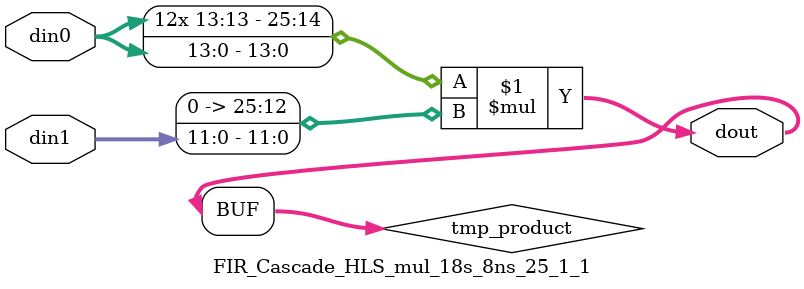
<source format=v>

`timescale 1 ns / 1 ps

 module FIR_Cascade_HLS_mul_18s_8ns_25_1_1(din0, din1, dout);
parameter ID = 1;
parameter NUM_STAGE = 0;
parameter din0_WIDTH = 14;
parameter din1_WIDTH = 12;
parameter dout_WIDTH = 26;

input [din0_WIDTH - 1 : 0] din0; 
input [din1_WIDTH - 1 : 0] din1; 
output [dout_WIDTH - 1 : 0] dout;

wire signed [dout_WIDTH - 1 : 0] tmp_product;


























assign tmp_product = $signed(din0) * $signed({1'b0, din1});









assign dout = tmp_product;





















endmodule

</source>
